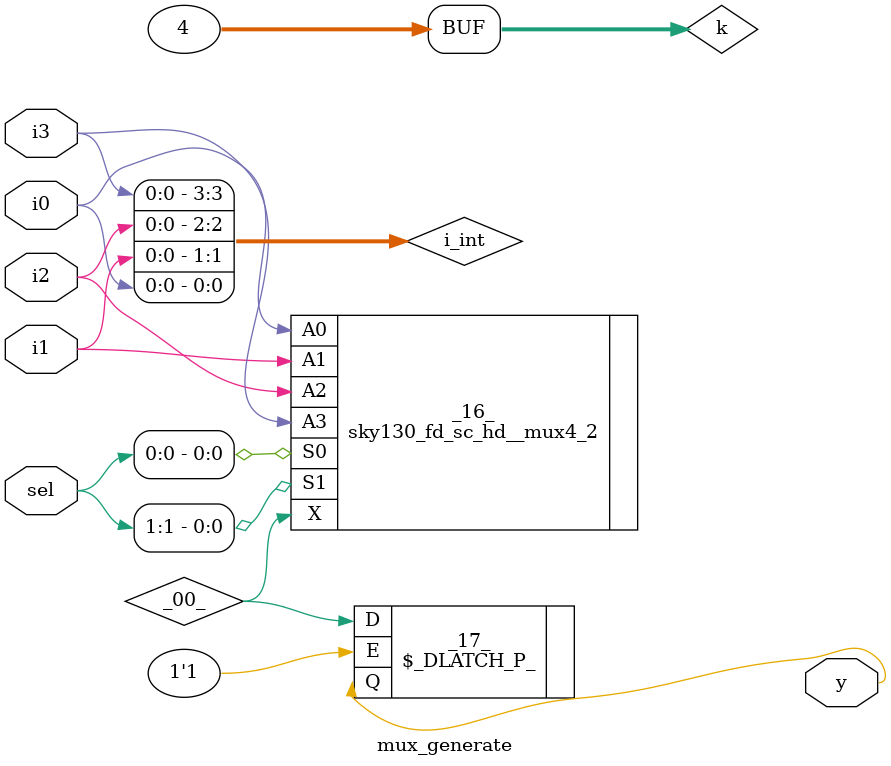
<source format=v>
/* Generated by Yosys 0.9 (git sha1 1979e0b) */

module mux_generate(i0, i1, i2, i3, sel, y);
  wire _00_;
  wire _01_;
  wire _02_;
  wire _03_;
  wire _04_;
  wire _05_;
  wire _06_;
  wire _07_;
  wire _08_;
  wire _09_;
  wire _10_;
  wire _11_;
  wire _12_;
  wire _13_;
  wire _14_;
  wire _15_;
  input i0;
  input i1;
  input i2;
  input i3;
  wire [3:0] i_int;
  wire [31:0] k;
  input [1:0] sel;
  output y;
  sky130_fd_sc_hd__mux4_2 _16_ (
    .A0(_10_),
    .A1(_11_),
    .A2(_12_),
    .A3(_13_),
    .S0(_14_),
    .S1(_15_),
    .X(_08_)
  );
  \$_DLATCH_P_  _17_ (
    .D(_00_),
    .E(_01_),
    .Q(y)
  );
  assign i_int = { i3, i2, i1, i0 };
  assign k = 32'd4;
  assign _09_ = 1'h1;
  assign _14_ = sel[0];
  assign _15_ = sel[1];
  assign _10_ = i0;
  assign _11_ = i1;
  assign _12_ = i2;
  assign _13_ = i3;
  assign _00_ = _08_;
  assign _01_ = _09_;
endmodule

</source>
